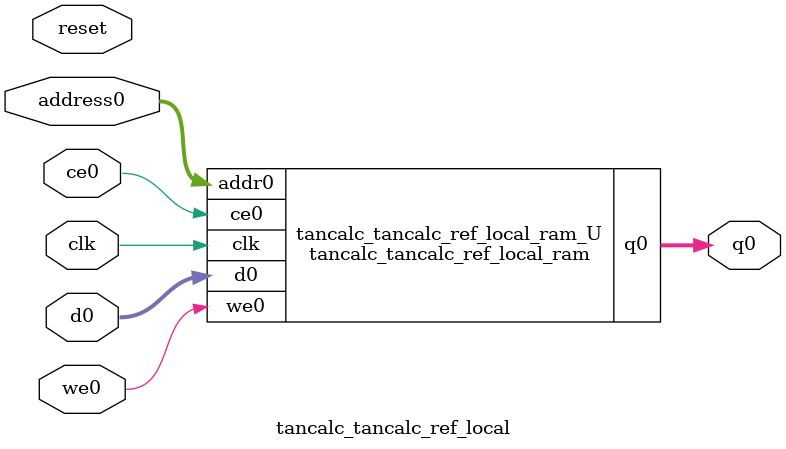
<source format=v>
`timescale 1 ns / 1 ps
module tancalc_tancalc_ref_local_ram (addr0, ce0, d0, we0, q0,  clk);

parameter DWIDTH = 32;
parameter AWIDTH = 7;
parameter MEM_SIZE = 128;

input[AWIDTH-1:0] addr0;
input ce0;
input[DWIDTH-1:0] d0;
input we0;
output reg[DWIDTH-1:0] q0;
input clk;

(* ram_style = "block" *)reg [DWIDTH-1:0] ram[0:MEM_SIZE-1];




always @(posedge clk)  
begin 
    if (ce0) 
    begin
        if (we0) 
        begin 
            ram[addr0] <= d0; 
        end 
        q0 <= ram[addr0];
    end
end


endmodule

`timescale 1 ns / 1 ps
module tancalc_tancalc_ref_local(
    reset,
    clk,
    address0,
    ce0,
    we0,
    d0,
    q0);

parameter DataWidth = 32'd32;
parameter AddressRange = 32'd128;
parameter AddressWidth = 32'd7;
input reset;
input clk;
input[AddressWidth - 1:0] address0;
input ce0;
input we0;
input[DataWidth - 1:0] d0;
output[DataWidth - 1:0] q0;



tancalc_tancalc_ref_local_ram tancalc_tancalc_ref_local_ram_U(
    .clk( clk ),
    .addr0( address0 ),
    .ce0( ce0 ),
    .we0( we0 ),
    .d0( d0 ),
    .q0( q0 ));

endmodule


</source>
